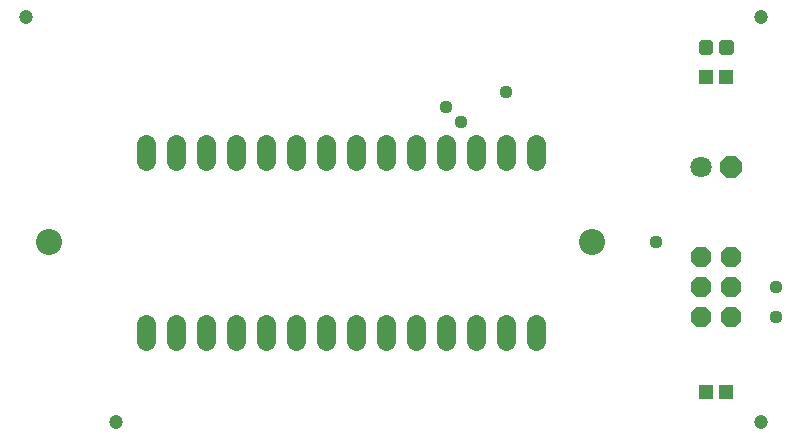
<source format=gbr>
G04 EAGLE Gerber RS-274X export*
G75*
%MOMM*%
%FSLAX34Y34*%
%LPD*%
%INSoldermask Top*%
%IPPOS*%
%AMOC8*
5,1,8,0,0,1.08239X$1,22.5*%
G01*
%ADD10C,1.203200*%
%ADD11P,1.951982X8X22.500000*%
%ADD12C,1.803400*%
%ADD13C,0.505344*%
%ADD14P,1.869504X8X112.500000*%
%ADD15R,1.303200X1.203200*%
%ADD16C,1.611200*%
%ADD17C,2.203200*%
%ADD18C,1.117600*%


D10*
X50800Y381000D03*
X127000Y38100D03*
X673100Y38100D03*
X673100Y381000D03*
D11*
X647700Y254000D03*
D12*
X622300Y254000D03*
D13*
X640280Y352110D02*
X640280Y359090D01*
X647260Y359090D01*
X647260Y352110D01*
X640280Y352110D01*
X640280Y356910D02*
X647260Y356910D01*
X622740Y359090D02*
X622740Y352110D01*
X622740Y359090D02*
X629720Y359090D01*
X629720Y352110D01*
X622740Y352110D01*
X622740Y356910D02*
X629720Y356910D01*
D14*
X647700Y127000D03*
X622300Y127000D03*
X647700Y152400D03*
X622300Y152400D03*
X647700Y177800D03*
X622300Y177800D03*
D15*
X626500Y63500D03*
X643500Y63500D03*
X626500Y330200D03*
X643500Y330200D03*
D16*
X152400Y121340D02*
X152400Y107260D01*
X177800Y107260D02*
X177800Y121340D01*
X203200Y121340D02*
X203200Y107260D01*
X228600Y107260D02*
X228600Y121340D01*
X254000Y121340D02*
X254000Y107260D01*
X279400Y107260D02*
X279400Y121340D01*
X304800Y121340D02*
X304800Y107260D01*
X330200Y107260D02*
X330200Y121340D01*
X355600Y121340D02*
X355600Y107260D01*
X381000Y107260D02*
X381000Y121340D01*
X406400Y121340D02*
X406400Y107260D01*
X431800Y107260D02*
X431800Y121340D01*
X457200Y121340D02*
X457200Y107260D01*
X482600Y107260D02*
X482600Y121340D01*
X482600Y259660D02*
X482600Y273740D01*
X457200Y273740D02*
X457200Y259660D01*
X431800Y259660D02*
X431800Y273740D01*
X406400Y273740D02*
X406400Y259660D01*
X381000Y259660D02*
X381000Y273740D01*
X355600Y273740D02*
X355600Y259660D01*
X330200Y259660D02*
X330200Y273740D01*
X304800Y273740D02*
X304800Y259660D01*
X279400Y259660D02*
X279400Y273740D01*
X254000Y273740D02*
X254000Y259660D01*
X228600Y259660D02*
X228600Y273740D01*
X203200Y273740D02*
X203200Y259660D01*
X177800Y259660D02*
X177800Y273740D01*
X152400Y273740D02*
X152400Y259660D01*
D17*
X529900Y190500D03*
X70100Y190500D03*
D18*
X685800Y152400D03*
X406400Y304800D03*
X685800Y127000D03*
X419100Y292100D03*
X584200Y190500D03*
X457200Y317500D03*
M02*

</source>
